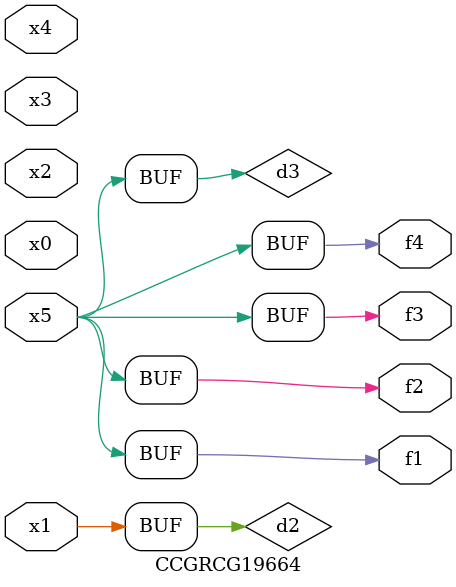
<source format=v>
module CCGRCG19664(
	input x0, x1, x2, x3, x4, x5,
	output f1, f2, f3, f4
);

	wire d1, d2, d3;

	not (d1, x5);
	or (d2, x1);
	xnor (d3, d1);
	assign f1 = d3;
	assign f2 = d3;
	assign f3 = d3;
	assign f4 = d3;
endmodule

</source>
